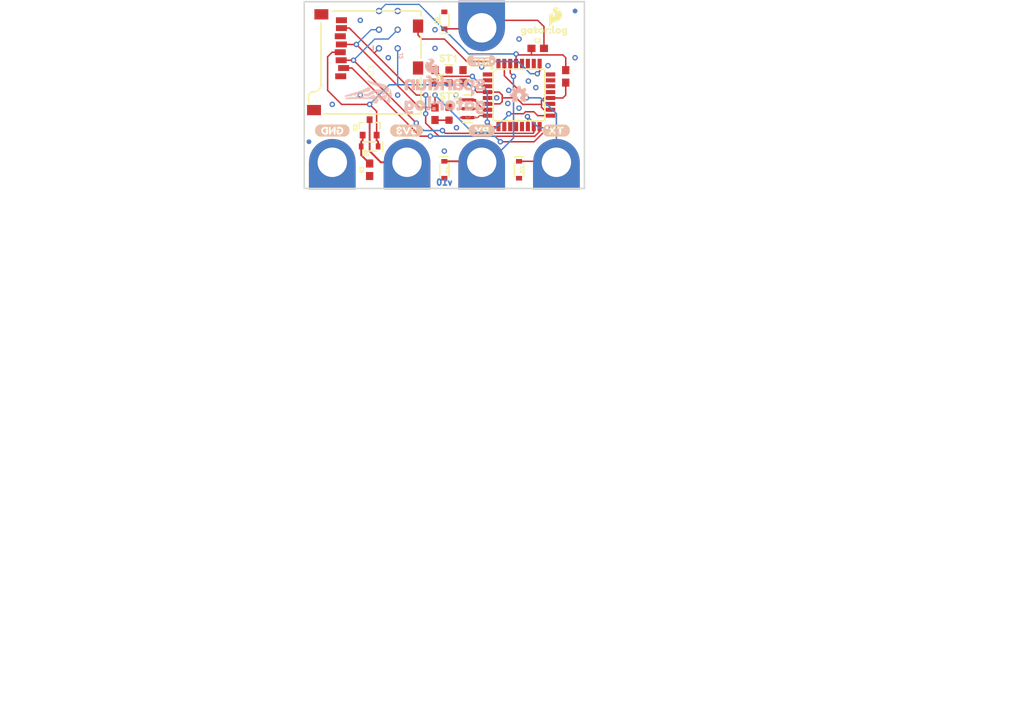
<source format=kicad_pcb>
(kicad_pcb (version 20211014) (generator pcbnew)
  (layers (0 "F.Cu" signal) (31 "B.Cu" signal) (34 "B.Paste" user) (35 "F.Paste" user) (36 "B.SilkS" user "B.Silkscreen") (37 "F.SilkS" user "F.Silkscreen") (38 "B.Mask" user) (39 "F.Mask" user) (44 "Edge.Cuts" user))
  (net 0 "")
  (net 1 "GND")
  (net 2 "SCK")
  (net 3 "MISO")
  (net 4 "MOSI")
  (net 5 "N$7")
  (net 6 "TXO")
  (net 7 "N$1")
  (net 8 "N$2")
  (net 9 "DTR")
  (net 10 "RXI")
  (net 11 "RST")
  (net 12 "N$3")
  (net 13 "CS")
  (net 14 "N$4")
  (net 15 "CD")
  (net 16 "3.3V")
  (net 17 "N$5")
  (net 18 "N$6")
  (footprint "boardEagle:LED-0603" (layer "F.Cu") (at 149.1361 102.4636 90)
    (fp_text reference "D1" (at 0 -0.635 90) (layer "F.SilkS") (effects (font (size 0.48768 0.48768) (thickness 0.12192)) (justify bottom)))
    (fp_text value "BLUE")
    (pad "A" smd roundrect (at -0.877 0) (size 1 1) (layers "F.Cu" "F.Paste" "F.Mask") (roundrect_rratio 0.15) (net 12 "N$3"))
    (pad "C" smd roundrect (at 0.877 0) (size 1 1) (layers "F.Cu" "F.Paste" "F.Mask") (roundrect_rratio 0.15) (net 1 "GND"))
  )
  (footprint "boardEagle:0603" (layer "F.Cu") (at 161.2011 98.6536)
    (fp_text reference "C2" (at 0 -0.762) (layer "F.SilkS") (effects (font (size 0.48768 0.48768) (thickness 0.12192)) (justify bottom)))
    (fp_text value "0.1uF")
    (pad "1" smd rect (at -0.85 0) (size 1.1 1) (layers "F.Cu" "F.Paste" "F.Mask") (net 11 "RST"))
    (pad "2" smd rect (at 0.85 0) (size 1.1 1) (layers "F.Cu" "F.Paste" "F.Mask") (net 9 "DTR"))
  )
  (footprint "boardEagle:SOT23-3" (layer "F.Cu") (at 138.3411 109.4486)
    (fp_text reference "Q3" (at -1.651 0 90) (layer "F.SilkS") (effects (font (size 0.48768 0.48768) (thickness 0.12192)) (justify bottom)))
    (fp_text value "2.5A/30V/105mΩ")
    (pad "1" smd rect (at -0.95 1) (size 0.8 0.9) (layers "F.Cu" "F.Paste" "F.Mask") (net 17 "N$5"))
    (pad "2" smd rect (at 0.95 1) (size 0.8 0.9) (layers "F.Cu" "F.Paste" "F.Mask") (net 16 "3.3V"))
    (pad "3" smd rect (at 0 -1.1) (size 0.8 0.9) (layers "F.Cu" "F.Paste" "F.Mask") (net 18 "N$6"))
  )
  (footprint "boardEagle:CREATIVE_COMMONS" (layer "F.Cu") (at 108.388979 132.9436)
    (fp_text reference "FRAME1" hide)
    (fp_text value "FRAME-LETTER" hide)
  )
  (footprint "boardEagle:GATOR#LOG6" (layer "F.Cu") (at 157.9626 96.1136)
    (fp_text reference "U$11" hide)
    (fp_text value "" hide)
  )
  (footprint "boardEagle:SOD-323" (layer "F.Cu") (at 148.5011 94.8436 90)
    (fp_text reference "D6" (at 0 -0.762 90) (layer "F.SilkS") (effects (font (size 0.48768 0.48768) (thickness 0.12192)) (justify bottom)))
    (fp_text value "3.6V")
    (pad "A" smd rect (at 1.15 0 90) (size 0.63 0.83) (layers "F.Cu" "F.Paste" "F.Mask") (net 1 "GND"))
    (pad "C" smd rect (at -1.15 0 90) (size 0.63 0.83) (layers "F.Cu" "F.Paste" "F.Mask") (net 9 "DTR"))
  )
  (footprint "boardEagle:3V32" (layer "F.Cu") (at 141.0081 109.8296)
    (fp_text reference "U$3" hide)
    (fp_text value "" hide)
  )
  (footprint "boardEagle:FIDUCIAL-MICRO" (layer "F.Cu") (at 130.0861 111.3536 180)
    (fp_text reference "FID1" hide)
    (fp_text value "FIDUCIALUFIDUCIAL" hide)
    (pad "1" smd roundrect (at 0 0 180) (size 0.635 0.635) (layers "F.Cu" "F.Mask") (roundrect_rratio 0.5))
  )
  (footprint "boardEagle:GATOR_MINI" (layer "F.Cu") (at 153.5811 96.1136 180)
    (fp_text reference "J5" hide)
    (fp_text value "GATORGATOR_MINI" hide)
    (fp_poly (pts (xy 0.703108 -2.842582) (xy 1.048702 -2.743018) (xy 1.377668 -2.606756) (xy 1.689309 -2.434518) (xy 1.979705 -2.228471) (xy 2.245205 -1.991205) (xy 2.482471 -1.725705) (xy 2.688518 -1.435309) (xy 2.860756 -1.123668) (xy 2.997018 -0.794702) (xy 3.095591 -0.452549) (xy 3.155235 -0.10151) (xy 3.175 0.250437) (xy 3.175 3.937) (xy -3.175 3.937) (xy -3.175 0.246868) (xy -3.096582 -0.449108) (xy -2.997018 -0.794702) (xy -2.860756 -1.123668) (xy -2.688518 -1.435309) (xy -2.482471 -1.725705) (xy -2.245205 -1.991205) (xy -1.979705 -2.228471) (xy -1.689309 -2.434518) (xy -1.377668 -2.606756) (xy -1.048702 -2.743018) (xy -0.706549 -2.841591) (xy -0.35551 -2.901235) (xy 0.003575 -2.921401)) (layer "F.Cu") (width 0) (fill solid))
    (fp_poly (pts (xy 0.703108 -2.842582) (xy 1.048702 -2.743018) (xy 1.377668 -2.606756) (xy 1.689309 -2.434518) (xy 1.979705 -2.228471) (xy 2.245205 -1.991205) (xy 2.482471 -1.725705) (xy 2.688518 -1.435309) (xy 2.860756 -1.123668) (xy 2.997018 -0.794702) (xy 3.095591 -0.452549) (xy 3.155235 -0.10151) (xy 3.175 0.250437) (xy 3.175 3.937) (xy -3.175 3.937) (xy -3.175 0.246868) (xy -3.096582 -0.449108) (xy -2.997018 -0.794702) (xy -2.860756 -1.123668) (xy -2.688518 -1.435309) (xy -2.482471 -1.725705) (xy -2.245205 -1.991205) (xy -1.979705 -2.228471) (xy -1.689309 -2.434518) (xy -1.377668 -2.606756) (xy -1.048702 -2.743018) (xy -0.706549 -2.841591) (xy -0.35551 -2.901235) (xy 0.003575 -2.921401)) (layer "B.Cu") (width 0) (fill solid))
    (pad "P$2" thru_hole circle (at 0 0.254 180) (size 5.08 5.08) (drill 4.0005) (layers *.Cu *.Mask) (net 9 "DTR"))
  )
  (footprint "boardEagle:0603" (layer "F.Cu") (at 147.2311 107.5436 -90)
    (fp_text reference "R6" (at -2 0 90) (layer "F.SilkS") (effects (font (size 1.230986 1.230986) (thickness 0.039014)) (justify left)))
    (fp_text value "330")
    (pad "1" smd rect (at -0.85 0 270) (size 1.1 1) (layers "F.Cu" "F.Paste" "F.Mask") (net 2 "SCK"))
    (pad "2" smd rect (at 0.85 0 270) (size 1.1 1) (layers "F.Cu" "F.Paste" "F.Mask") (net 5 "N$7"))
  )
  (footprint "boardEagle:GATOR_MINI" (layer "F.Cu") (at 163.7411 113.8936)
    (fp_text reference "J9" hide)
    (fp_text value "GATORGATOR_MINI" hide)
    (fp_poly (pts (xy 0.703108 -2.842582) (xy 1.048702 -2.743018) (xy 1.377668 -2.606756) (xy 1.689309 -2.434518) (xy 1.979705 -2.228471) (xy 2.245205 -1.991205) (xy 2.482471 -1.725705) (xy 2.688518 -1.435309) (xy 2.860756 -1.123668) (xy 2.997018 -0.794702) (xy 3.095591 -0.452549) (xy 3.155235 -0.10151) (xy 3.175 0.250437) (xy 3.175 3.937) (xy -3.175 3.937) (xy -3.175 0.246868) (xy -3.096582 -0.449108) (xy -2.997018 -0.794702) (xy -2.860756 -1.123668) (xy -2.688518 -1.435309) (xy -2.482471 -1.725705) (xy -2.245205 -1.991205) (xy -1.979705 -2.228471) (xy -1.689309 -2.434518) (xy -1.377668 -2.606756) (xy -1.048702 -2.743018) (xy -0.706549 -2.841591) (xy -0.35551 -2.901235) (xy 0.003575 -2.921401)) (layer "F.Cu") (width 0) (fill solid))
    (fp_poly (pts (xy 0.703108 -2.842582) (xy 1.048702 -2.743018) (xy 1.377668 -2.606756) (xy 1.689309 -2.434518) (xy 1.979705 -2.228471) (xy 2.245205 -1.991205) (xy 2.482471 -1.725705) (xy 2.688518 -1.435309) (xy 2.860756 -1.123668) (xy 2.997018 -0.794702) (xy 3.095591 -0.452549) (xy 3.155235 -0.10151) (xy 3.175 0.250437) (xy 3.175 3.937) (xy -3.175 3.937) (xy -3.175 0.246868) (xy -3.096582 -0.449108) (xy -2.997018 -0.794702) (xy -2.860756 -1.123668) (xy -2.688518 -1.435309) (xy -2.482471 -1.725705) (xy -2.245205 -1.991205) (xy -1.979705 -2.228471) (xy -1.689309 -2.434518) (xy -1.377668 -2.606756) (xy -1.048702 -2.743018) (xy -0.706549 -2.841591) (xy -0.35551 -2.901235) (xy 0.003575 -2.921401)) (layer "B.Cu") (width 0) (fill solid))
    (pad "P$2" thru_hole circle (at 0 0.254) (size 5.08 5.08) (drill 4.0005) (layers *.Cu *.Mask) (net 6 "TXO"))
  )
  (footprint "boardEagle:0603" (layer "F.Cu") (at 151.0411 102.4636 -90)
    (fp_text reference "C3" (at -0.889 -0.6985 90) (layer "F.SilkS") (effects (font (size 0.367386 0.367386) (thickness 0.039014)) (justify right)))
    (fp_text value "0.1uF")
    (pad "1" smd rect (at -0.85 0 270) (size 1.1 1) (layers "F.Cu" "F.Paste" "F.Mask") (net 1 "GND"))
    (pad "2" smd rect (at 0.85 0 270) (size 1.1 1) (layers "F.Cu" "F.Paste" "F.Mask") (net 16 "3.3V"))
  )
  (footprint "boardEagle:SOD-323" (layer "F.Cu") (at 148.5011 115.1636 -90)
    (fp_text reference "D4" (at 0 -0.762 -90) (layer "F.SilkS") (effects (font (size 0.48768 0.48768) (thickness 0.12192)) (justify bottom)))
    (fp_text value "3.6V")
    (pad "A" smd rect (at 1.15 0 270) (size 0.63 0.83) (layers "F.Cu" "F.Paste" "F.Mask") (net 1 "GND"))
    (pad "C" smd rect (at -1.15 0 270) (size 0.63 0.83) (layers "F.Cu" "F.Paste" "F.Mask") (net 10 "RXI"))
  )
  (footprint "boardEagle:GATOR_MINI" (layer "F.Cu") (at 133.2611 113.8936)
    (fp_text reference "J6" hide)
    (fp_text value "GATORGATOR_MINI" hide)
    (fp_poly (pts (xy 0.703108 -2.842582) (xy 1.048702 -2.743018) (xy 1.377668 -2.606756) (xy 1.689309 -2.434518) (xy 1.979705 -2.228471) (xy 2.245205 -1.991205) (xy 2.482471 -1.725705) (xy 2.688518 -1.435309) (xy 2.860756 -1.123668) (xy 2.997018 -0.794702) (xy 3.095591 -0.452549) (xy 3.155235 -0.10151) (xy 3.175 0.250437) (xy 3.175 3.937) (xy -3.175 3.937) (xy -3.175 0.246868) (xy -3.096582 -0.449108) (xy -2.997018 -0.794702) (xy -2.860756 -1.123668) (xy -2.688518 -1.435309) (xy -2.482471 -1.725705) (xy -2.245205 -1.991205) (xy -1.979705 -2.228471) (xy -1.689309 -2.434518) (xy -1.377668 -2.606756) (xy -1.048702 -2.743018) (xy -0.706549 -2.841591) (xy -0.35551 -2.901235) (xy 0.003575 -2.921401)) (layer "F.Cu") (width 0) (fill solid))
    (fp_poly (pts (xy 0.703108 -2.842582) (xy 1.048702 -2.743018) (xy 1.377668 -2.606756) (xy 1.689309 -2.434518) (xy 1.979705 -2.228471) (xy 2.245205 -1.991205) (xy 2.482471 -1.725705) (xy 2.688518 -1.435309) (xy 2.860756 -1.123668) (xy 2.997018 -0.794702) (xy 3.095591 -0.452549) (xy 3.155235 -0.10151) (xy 3.175 0.250437) (xy 3.175 3.937) (xy -3.175 3.937) (xy -3.175 0.246868) (xy -3.096582 -0.449108) (xy -2.997018 -0.794702) (xy -2.860756 -1.123668) (xy -2.688518 -1.435309) (xy -2.482471 -1.725705) (xy -2.245205 -1.991205) (xy -1.979705 -2.228471) (xy -1.689309 -2.434518) (xy -1.377668 -2.606756) (xy -1.048702 -2.743018) (xy -0.706549 -2.841591) (xy -0.35551 -2.901235) (xy 0.003575 -2.921401)) (layer "B.Cu") (width 0) (fill solid))
    (pad "P$2" thru_hole circle (at 0 0.254) (size 5.08 5.08) (drill 4.0005) (layers *.Cu *.Mask) (net 1 "GND"))
  )
  (footprint "boardEagle:TQFP32-08" (layer "F.Cu") (at 158.6611 105.0036)
    (fp_text reference "U1" (at -3.175 -5.08) (layer "F.SilkS") (effects (font (size 0.373888 0.373888) (thickness 0.032512)) (justify left bottom)))
    (fp_text value "ATMEGA328P_TQFP")
    (pad "1" smd rect (at -4.2926 -2.8) (size 1.27 0.5588) (layers "F.Cu" "F.Paste" "F.Mask"))
    (pad "2" smd rect (at -4.2926 -2) (size 1.27 0.5588) (layers "F.Cu" "F.Paste" "F.Mask"))
    (pad "3" smd rect (at -4.2926 -1.2) (size 1.27 0.5588) (layers "F.Cu" "F.Paste" "F.Mask") (net 1 "GND"))
    (pad "4" smd rect (at -4.2926 -0.4) (size 1.27 0.5588) (layers "F.Cu" "F.Paste" "F.Mask") (net 16 "3.3V"))
    (pad "5" smd rect (at -4.2926 0.4) (size 1.27 0.5588) (layers "F.Cu" "F.Paste" "F.Mask") (net 1 "GND"))
    (pad "6" smd rect (at -4.2926 1.2) (size 1.27 0.5588) (layers "F.Cu" "F.Paste" "F.Mask") (net 16 "3.3V"))
    (pad "7" smd rect (at -4.2926 2) (size 1.27 0.5588) (layers "F.Cu" "F.Paste" "F.Mask") (net 8 "N$2"))
    (pad "8" smd rect (at -4.2926 2.8) (size 1.27 0.5588) (layers "F.Cu" "F.Paste" "F.Mask") (net 7 "N$1"))
    (pad "9" smd rect (at -2.8 4.2926) (size 0.5588 1.27) (layers "F.Cu" "F.Paste" "F.Mask") (net 14 "N$4"))
    (pad "10" smd rect (at -2 4.2926) (size 0.5588 1.27) (layers "F.Cu" "F.Paste" "F.Mask"))
    (pad "11" smd rect (at -1.2 4.2926) (size 0.5588 1.27) (layers "F.Cu" "F.Paste" "F.Mask"))
    (pad "12" smd rect (at -0.4 4.2926) (size 0.5588 1.27) (layers "F.Cu" "F.Paste" "F.Mask"))
    (pad "13" smd rect (at 0.4 4.2926) (size 0.5588 1.27) (layers "F.Cu" "F.Paste" "F.Mask"))
    (pad "14" smd rect (at 1.2 4.2926) (size 0.5588 1.27) (layers "F.Cu" "F.Paste" "F.Mask") (net 13 "CS"))
    (pad "15" smd rect (at 2 4.2926) (size 0.5588 1.27) (layers "F.Cu" "F.Paste" "F.Mask") (net 4 "MOSI"))
    (pad "16" smd rect (at 2.8 4.2926) (size 0.5588 1.27) (layers "F.Cu" "F.Paste" "F.Mask") (net 3 "MISO"))
    (pad "17" smd rect (at 4.2926 2.8) (size 1.27 0.5588) (layers "F.Cu" "F.Paste" "F.Mask") (net 2 "SCK"))
    (pad "18" smd rect (at 4.2926 2) (size 1.27 0.5588) (layers "F.Cu" "F.Paste" "F.Mask") (net 16 "3.3V"))
    (pad "19" smd rect (at 4.2926 1.2) (size 1.27 0.5588) (layers "F.Cu" "F.Paste" "F.Mask"))
    (pad "20" smd rect (at 4.2926 0.4) (size 1.27 0.5588) (layers "F.Cu" "F.Paste" "F.Mask") (net 16 "3.3V"))
    (pad "21" smd rect (at 4.2926 -0.4) (size 1.27 0.5588) (layers "F.Cu" "F.Paste" "F.Mask") (net 1 "GND"))
    (pad "22" smd rect (at 4.2926 -1.2) (size 1.27 0.5588) (layers "F.Cu" "F.Paste" "F.Mask"))
    (pad "23" smd rect (at 4.2926 -2) (size 1.27 0.5588) (layers "F.Cu" "F.Paste" "F.Mask"))
    (pad "24" smd rect (at 4.2926 -2.8) (size 1.27 0.5588) (layers "F.Cu" "F.Paste" "F.Mask"))
    (pad "25" smd rect (at 2.8 -4.2926) (size 0.5588 1.27) (layers "F.Cu" "F.Paste" "F.Mask") (net 15 "CD"))
    (pad "26" smd rect (at 2 -4.2926) (size 0.5588 1.27) (layers "F.Cu" "F.Paste" "F.Mask"))
    (pad "27" smd rect (at 1.2 -4.2926) (size 0.5588 1.27) (layers "F.Cu" "F.Paste" "F.Mask"))
    (pad "28" smd rect (at 0.4 -4.2926) (size 0.5588 1.27) (layers "F.Cu" "F.Paste" "F.Mask"))
    (pad "29" smd rect (at -0.4 -4.2926) (size 0.5588 1.27) (layers "F.Cu" "F.Paste" "F.Mask") (net 11 "RST"))
    (pad "30" smd rect (at -1.2 -4.2926) (size 0.5588 1.27) (layers "F.Cu" "F.Paste" "F.Mask") (net 10 "RXI"))
    (pad "31" smd rect (at -2 -4.2926) (size 0.5588 1.27) (layers "F.Cu" "F.Paste" "F.Mask") (net 6 "TXO"))
    (pad "32" smd rect (at -2.8 -4.2926) (size 0.5588 1.27) (layers "F.Cu" "F.Paste" "F.Mask"))
  )
  (footprint "boardEagle:RX0" (layer "F.Cu") (at 151.6761 109.8296)
    (fp_text reference "U$7" hide)
    (fp_text value "" hide)
  )
  (footprint "boardEagle:ORDERING_INSTRUCTIONS" (layer "F.Cu") (at 125.6411 138.0236)
    (fp_text reference "U$17" hide)
    (fp_text value "" hide)
  )
  (footprint "boardEagle:#RST4" (layer "F.Cu") (at 151.2951 100.3046)
    (fp_text reference "U$1" hide)
    (fp_text value "" hide)
  )
  (footprint "boardEagle:RESONATOR-SMD" (layer "F.Cu") (at 151.711659 106.865419 90)
    (fp_text reference "Q1" (at -0.8891 -1.27 90) (layer "F.SilkS") (effects (font (size 0.376489 0.376489) (thickness 0.029911)) (justify left)))
    (fp_text value "16MHZ")
    (fp_line (start 1.2 0) (end 1.2 -1.016) (layer "F.Cu") (width 0.254))
    (fp_line (start 0 0) (end 0 -1.016) (layer "F.Cu") (width 0.254))
    (fp_line (start 0 0) (end 0 1.016) (layer "F.Cu") (width 0.254))
    (fp_line (start -1.2 0) (end -1.2 -1.016) (layer "F.Cu") (width 0.254))
    (fp_line (start -1.2 1.016) (end -1.2 0) (layer "F.Cu") (width 0.254))
    (fp_line (start 1.2 0) (end 1.2 1.016) (layer "F.Cu") (width 0.254))
    (pad "1" smd roundrect (at -1.2 0 90) (size 0.45 1.905) (layers "F.Cu" "F.Paste" "F.Mask") (roundrect_rratio 0.5) (net 7 "N$1"))
    (pad "2" smd roundrect (at 0 0 90) (size 0.45 1.905) (layers "F.Cu" "F.Paste" "F.Mask") (roundrect_rratio 0.5) (net 1 "GND"))
    (pad "3" smd roundrect (at 1.2 0 90) (size 0.45 1.905) (layers "F.Cu" "F.Paste" "F.Mask") (roundrect_rratio 0.5) (net 8 "N$2"))
  )
  (footprint "boardEagle:SOD-323" (layer "F.Cu") (at 158.6611 115.1636 -90)
    (fp_text reference "D2" (at 0 -0.762 -90) (layer "F.SilkS") (effects (font (size 0.48768 0.48768) (thickness 0.12192)) (justify bottom)))
    (fp_text value "3.6V")
    (pad "A" smd rect (at 1.15 0 270) (size 0.63 0.83) (layers "F.Cu" "F.Paste" "F.Mask") (net 1 "GND"))
    (pad "C" smd rect (at -1.15 0 270) (size 0.63 0.83) (layers "F.Cu" "F.Paste" "F.Mask") (net 6 "TXO"))
  )
  (footprint "boardEagle:0603" (layer "F.Cu") (at 147.2311 102.4636 -90)
    (fp_text reference "R1" (at 0 -0.762 -90) (layer "F.SilkS") (effects (font (size 0.48768 0.48768) (thickness 0.12192)) (justify bottom)))
    (fp_text value "1k")
    (pad "1" smd rect (at -0.85 0 270) (size 1.1 1) (layers "F.Cu" "F.Paste" "F.Mask") (net 14 "N$4"))
    (pad "2" smd rect (at 0.85 0 270) (size 1.1 1) (layers "F.Cu" "F.Paste" "F.Mask") (net 12 "N$3"))
  )
  (footprint "boardEagle:0603" (layer "F.Cu") (at 165.0111 102.4636 -90)
    (fp_text reference "R2" (at -0.889 -0.6985 90) (layer "F.SilkS") (effects (font (size 0.367386 0.367386) (thickness 0.039014)) (justify right)))
    (fp_text value "10k")
    (pad "1" smd rect (at -0.85 0 270) (size 1.1 1) (layers "F.Cu" "F.Paste" "F.Mask") (net 11 "RST"))
    (pad "2" smd rect (at 0.85 0 270) (size 1.1 1) (layers "F.Cu" "F.Paste" "F.Mask") (net 16 "3.3V"))
  )
  (footprint "boardEagle:ST16" (layer "F.Cu") (at 146.9136 99.9871)
    (fp_text reference "U$14" hide)
    (fp_text value "" hide)
  )
  (footprint "boardEagle:ST27" (layer "F.Cu") (at 146.9136 105.1306)
    (fp_text reference "U$15" hide)
    (fp_text value "" hide)
  )
  (footprint "boardEagle:SFE_LOGO_FLAME_.1" (layer "F.Cu") (at 163.6141 94.3356)
    (fp_text reference "LOGO1" hide)
    (fp_text value "SFE_LOGO_FLAME.1_INCH" hide)
  )
  (footprint "boardEagle:FIDUCIAL-MICRO" (layer "F.Cu") (at 166.2811 93.5736)
    (fp_text reference "FID2" hide)
    (fp_text value "FIDUCIALUFIDUCIAL" hide)
    (pad "1" smd roundrect (at 0 0) (size 0.635 0.635) (layers "F.Cu" "F.Mask") (roundrect_rratio 0.5))
  )
  (footprint "boardEagle:GND3" (layer "F.Cu") (at 130.8481 109.8296)
    (fp_text reference "U$5" hide)
    (fp_text value "" hide)
  )
  (footprint "boardEagle:0603" (layer "F.Cu") (at 138.3411 115.1636 90)
    (fp_text reference "R3" (at 0 -0.762 90) (layer "F.SilkS") (effects (font (size 0.48768 0.48768) (thickness 0.12192)) (justify bottom)))
    (fp_text value "10k")
    (pad "1" smd rect (at -0.85 0 90) (size 1.1 1) (layers "F.Cu" "F.Paste" "F.Mask") (net 1 "GND"))
    (pad "2" smd rect (at 0.85 0 90) (size 1.1 1) (layers "F.Cu" "F.Paste" "F.Mask") (net 17 "N$5"))
  )
  (footprint "boardEagle:GATOR_MINI" (layer "F.Cu") (at 153.5811 113.8936)
    (fp_text reference "J8" hide)
    (fp_text value "GATORGATOR_MINI" hide)
    (fp_poly (pts (xy 0.703108 -2.842582) (xy 1.048702 -2.743018) (xy 1.377668 -2.606756) (xy 1.689309 -2.434518) (xy 1.979705 -2.228471) (xy 2.245205 -1.991205) (xy 2.482471 -1.725705) (xy 2.688518 -1.435309) (xy 2.860756 -1.123668) (xy 2.997018 -0.794702) (xy 3.095591 -0.452549) (xy 3.155235 -0.10151) (xy 3.175 0.250437) (xy 3.175 3.937) (xy -3.175 3.937) (xy -3.175 0.246868) (xy -3.096582 -0.449108) (xy -2.997018 -0.794702) (xy -2.860756 -1.123668) (xy -2.688518 -1.435309) (xy -2.482471 -1.725705) (xy -2.245205 -1.991205) (xy -1.979705 -2.228471) (xy -1.689309 -2.434518) (xy -1.377668 -2.606756) (xy -1.048702 -2.743018) (xy -0.706549 -2.841591) (xy -0.35551 -2.901235) (xy 0.003575 -2.921401)) (layer "F.Cu") (width 0) (fill solid))
    (fp_poly (pts (xy 0.703108 -2.842582) (xy 1.048702 -2.743018) (xy 1.377668 -2.606756) (xy 1.689309 -2.434518) (xy 1.979705 -2.228471) (xy 2.245205 -1.991205) (xy 2.482471 -1.725705) (xy 2.688518 -1.435309) (xy 2.860756 -1.123668) (xy 2.997018 -0.794702) (xy 3.095591 -0.452549) (xy 3.155235 -0.10151) (xy 3.175 0.250437) (xy 3.175 3.937) (xy -3.175 3.937) (xy -3.175 0.246868) (xy -3.096582 -0.449108) (xy -2.997018 -0.794702) (xy -2.860756 -1.123668) (xy -2.688518 -1.435309) (xy -2.482471 -1.725705) (xy -2.245205 -1.991205) (xy -1.979705 -2.228471) (xy -1.689309 -2.434518) (xy -1.377668 -2.606756) (xy -1.048702 -2.743018) (xy -0.706549 -2.841591) (xy -0.35551 -2.901235) (xy 0.003575 -2.921401)) (layer "B.Cu") (width 0) (fill solid))
    (pad "P$2" thru_hole circle (at 0 0.254) (size 5.08 5.08) (drill 4.0005) (layers *.Cu *.Mask) (net 10 "RXI"))
  )
  (footprint "boardEagle:SOD-323" (layer "F.Cu") (at 138.3411 111.9886 180)
    (fp_text reference "D5" (at 0 -0.762 180) (layer "F.SilkS") (effects (font (size 0.48768 0.48768) (thickness 0.12192)) (justify right top)))
    (fp_text value "3.6V")
    (pad "A" smd rect (at 1.15 0 180) (size 0.63 0.83) (layers "F.Cu" "F.Paste" "F.Mask") (net 17 "N$5"))
    (pad "C" smd rect (at -1.15 0 180) (size 0.63 0.83) (layers "F.Cu" "F.Paste" "F.Mask") (net 16 "3.3V"))
  )
  (footprint "boardEagle:TX1" (layer "F.Cu") (at 161.7726 109.8296)
    (fp_text reference "U$9" hide)
    (fp_text value "" hide)
  )
  (footprint "boardEagle:MICROSD_1_1" (layer "F.Cu") (at 145.3261 107.5436 90)
    (fp_text reference "U3" (at 5.08 -6.35 90) (layer "F.SilkS") (effects (font (size 0.747776 0.747776) (thickness 0.065024)) (justify left bottom)))
    (fp_text value "microSD Socket")
    (pad "1" smd rect (at 5.095784 -10.919203 90) (size 0.8 1.5) (layers "F.Cu" "F.Paste" "F.Mask"))
    (pad "2" smd rect (at 6.217631 -10.519456 90) (size 0.8 1.5) (layers "F.Cu" "F.Paste" "F.Mask") (net 13 "CS"))
    (pad "3" smd rect (at 7.273687 -10.853415 90) (size 0.8 1.5) (layers "F.Cu" "F.Paste" "F.Mask") (net 4 "MOSI"))
    (pad "4" smd rect (at 8.366575 -10.982296 90) (size 0.8 1.5) (layers "F.Cu" "F.Paste" "F.Mask") (net 16 "3.3V"))
    (pad "5" smd rect (at 9.420856 -10.828015 90) (size 0.8 1.5) (layers "F.Cu" "F.Paste" "F.Mask") (net 2 "SCK"))
    (pad "6" smd rect (at 10.539143 -10.973153 90) (size 0.8 1.5) (layers "F.Cu" "F.Paste" "F.Mask") (net 1 "GND"))
    (pad "7" smd rect (at 11.648287 -10.818871 90) (size 0.8 1.5) (layers "F.Cu" "F.Paste" "F.Mask") (net 3 "MISO"))
    (pad "8" smd rect (at 12.720856 -10.818871 90) (size 0.8 1.5) (layers "F.Cu" "F.Paste" "F.Mask"))
    (pad "CD1" smd rect (at 11.92 -0.4 90) (size 1.8 1.4) (layers "F.Cu" "F.Paste" "F.Mask") (net 15 "CD"))
    (pad "CD2" smd rect (at 6.22 -0.4 90) (size 1.8 1.4) (layers "F.Cu" "F.Paste" "F.Mask"))
    (pad "GND1" smd rect (at 0.497 -14.55 90) (size 1.4 1.9) (layers "F.Cu" "F.Paste" "F.Mask") (net 1 "GND"))
    (pad "GND3" smd rect (at 13.52 -13.55 90) (size 1.4 1.9) (layers "F.Cu" "F.Paste" "F.Mask") (net 1 "GND"))
  )
  (footprint "boardEagle:LED-0603" (layer "F.Cu") (at 149.1361 107.5436 90)
    (fp_text reference "D3" (at 0 2) (layer "F.SilkS") (effects (font (size 1.230986 1.230986) (thickness 0.039014)) (justify left)))
    (fp_text value "GREEN")
    (pad "A" smd roundrect (at -0.877 0) (size 1 1) (layers "F.Cu" "F.Paste" "F.Mask") (roundrect_rratio 0.15) (net 5 "N$7"))
    (pad "C" smd roundrect (at 0.877 0) (size 1 1) (layers "F.Cu" "F.Paste" "F.Mask") (roundrect_rratio 0.15) (net 1 "GND"))
  )
  (footprint "boardEagle:GATOR_MINI" (layer "F.Cu") (at 143.4211 113.8936)
    (fp_text reference "J7" hide)
    (fp_text value "GATORGATOR_MINI" hide)
    (fp_poly (pts (xy 0.703108 -2.842582) (xy 1.048702 -2.743018) (xy 1.377668 -2.606756) (xy 1.689309 -2.434518) (xy 1.979705 -2.228471) (xy 2.245205 -1.991205) (xy 2.482471 -1.725705) (xy 2.688518 -1.435309) (xy 2.860756 -1.123668) (xy 2.997018 -0.794702) (xy 3.095591 -0.452549) (xy 3.155235 -0.10151) (xy 3.175 0.250437) (xy 3.175 3.937) (xy -3.175 3.937) (xy -3.175 0.246868) (xy -3.096582 -0.449108) (xy -2.997018 -0.794702) (xy -2.860756 -1.123668) (xy -2.688518 -1.435309) (xy -2.482471 -1.725705) (xy -2.245205 -1.991205) (xy -1.979705 -2.228471) (xy -1.689309 -2.434518) (xy -1.377668 -2.606756) (xy -1.048702 -2.743018) (xy -0.706549 -2.841591) (xy -0.35551 -2.901235) (xy 0.003575 -2.921401)) (layer "F.Cu") (width 0) (fill solid))
    (fp_poly (pts (xy 0.703108 -2.842582) (xy 1.048702 -2.743018) (xy 1.377668 -2.606756) (xy 1.689309 -2.434518) (xy 1.979705 -2.228471) (xy 2.245205 -1.991205) (xy 2.482471 -1.725705) (xy 2.688518 -1.435309) (xy 2.860756 -1.123668) (xy 2.997018 -0.794702) (xy 3.095591 -0.452549) (xy 3.155235 -0.10151) (xy 3.175 0.250437) (xy 3.175 3.937) (xy -3.175 3.937) (xy -3.175 0.246868) (xy -3.096582 -0.449108) (xy -2.997018 -0.794702) (xy -2.860756 -1.123668) (xy -2.688518 -1.435309) (xy -2.482471 -1.725705) (xy -2.245205 -1.991205) (xy -1.979705 -2.228471) (xy -1.689309 -2.434518) (xy -1.377668 -2.606756) (xy -1.048702 -2.743018) (xy -0.706549 -2.841591) (xy -0.35551 -2.901235) (xy 0.003575 -2.921401)) (layer "B.Cu") (width 0) (fill solid))
    (pad "P$2" thru_hole circle (at 0 0.254) (size 5.08 5.08) (drill 4.0005) (layers *.Cu *.Mask) (net 18 "N$6"))
  )
  (footprint "boardEagle:FIDUCIAL-MICRO" (layer "B.Cu") (at 130.0861 111.3536 -90)
    (fp_text reference "FID3" hide)
    (fp_text value "FIDUCIALUFIDUCIAL" hide)
    (pad "1" smd roundrect (at 0 0 270) (size 0.635 0.635) (layers "B.Cu" "B.Mask") (roundrect_rratio 0.5))
  )
  (footprint "boardEagle:3V32" (layer "B.Cu") (at 145.7071 109.8296 180)
    (fp_text reference "U$4" hide)
    (fp_text value "" hide)
  )
  (footprint "boardEagle:OSHW-LOGO-MINI" (layer "B.Cu") (at 158.6611 105.0036 180)
    (fp_text reference "LOGO2" hide)
    (fp_text value "OSHW-LOGOMINI" hide)
  )
  (footprint "boardEagle:RX0" (layer "B.Cu") (at 155.4861 109.8296 180)
    (fp_text reference "U$8" hide)
    (fp_text value "" hide)
  )
  (footprint "boardEagle:TX1" (layer "B.Cu") (at 165.6461 109.8296 180)
    (fp_text reference "U$10" hide)
    (fp_text value "" hide)
  )
  (footprint "boardEagle:GND3" (layer "B.Cu") (at 135.6741 109.8296 180)
    (fp_text reference "U$6" hide)
    (fp_text value "" hide)
  )
  (footprint "boardEagle:2X3_TEST_POINTS" (layer "B.Cu") (at 140.8811 96.1136 90)
    (fp_text reference "J2" (at -3.048 2.032 270) (layer "B.SilkS") (effects (font (size 0.48768 0.48768) (thickness 0.12192)) (justify left bottom mirror)))
    (fp_text value "ISP")
    (pad "1" thru_hole circle (at -2.54 -1.27 90) (size 0.8636 0.8636) (drill 0.508) (layers *.Cu) (net 3 "MISO"))
    (pad "2" thru_hole circle (at -2.54 1.27 90) (size 0.8636 0.8636) (drill 0.508) (layers *.Cu) (net 16 "3.3V"))
    (pad "3" thru_hole circle (at 0 -1.27 90) (size 0.8636 0.8636) (drill 0.508) (layers *.Cu) (net 2 "SCK"))
    (pad "4" thru_hole circle (at 0 1.27 90) (size 0.8636 0.8636) (drill 0.508) (layers *.Cu) (net 4 "MOSI"))
    (pad "5" thru_hole circle (at 2.54 -1.27 90) (size 0.8636 0.8636) (drill 0.508) (layers *.Cu) (net 11 "RST"))
    (pad "6" thru_hole circle (at 2.54 1.27 90) (size 0.8636 0.8636) (drill 0.508) (layers *.Cu) (net 1 "GND"))
  )
  (footprint "boardEagle:GATORBIT_FINAL_FOR_SILK#01_#1##JPG" (layer "B.Cu") (at 138.1506 104.5591 180)
    (fp_text reference "U$16" hide)
    (fp_text value "" hide)
  )
  (footprint "boardEagle:#RST4" (layer "B.Cu") (at 155.7401 100.3046 180)
    (fp_text reference "U$2" hide)
    (fp_text value "" hide)
  )
  (footprint "boardEagle:SFE_LOGO_NAME_FLAME_.1" (layer "B.Cu") (at 148.5011 103.7336 180)
    (fp_text reference "U$13" hide)
    (fp_text value "" hide)
  )
  (footprint "boardEagle:GATOR#LOG5" (layer "B.Cu") (at 155.7401 106.1466 180)
    (fp_text reference "U$12" hide)
    (fp_text value "" hide)
  )
  (footprint "boardEagle:FIDUCIAL-MICRO" (layer "B.Cu") (at 166.2811 93.5736)
    (fp_text reference "FID4" hide)
    (fp_text value "FIDUCIALUFIDUCIAL" hide)
    (pad "1" smd roundrect (at 0 0) (size 0.635 0.635) (layers "B.Cu" "B.Mask") (roundrect_rratio 0.5))
  )
  (gr_line (start 167.5511 117.7036) (end 167.5511 92.3036) (layer "Edge.Cuts") (width 0.2032))
  (gr_line (start 129.4511 92.3036) (end 129.4511 117.7036) (layer "Edge.Cuts") (width 0.2032))
  (gr_line (start 167.5511 92.3036) (end 129.4511 92.3036) (layer "Edge.Cuts") (width 0.2032))
  (gr_line (start 129.4511 117.7036) (end 167.5511 117.7036) (layer "Edge.Cuts") (width 0.2032))
  (gr_text "v10" (at 148.5011 116.8781) (layer "B.Cu") (effects (font (size 0.8128 0.8128) (thickness 0.2032)) (justify mirror)))
  (via (at 162.5981 101.0031) (size 0.7366) (drill 0.381) (layers "F.Cu" "B.Cu") (net 1))
  (via (at 155.6131 105.3846) (size 0.7366) (drill 0.381) (layers "F.Cu" "B.Cu") (net 1))
  (via (at 142.1511 105.0036) (size 0.7366) (drill 0.381) (layers "F.Cu" "B.Cu") (net 1))
  (via (at 157.1371 106.1466) (size 0.7366) (drill 0.381) (layers "F.Cu" "B.Cu") (net 1))
  (via (at 150.1521 109.4486) (size 0.7366) (drill 0.381) (layers "F.Cu" "B.Cu") (net 1))
  (via (at 133.2611 106.2736) (size 0.7366) (drill 0.381) (layers "F.Cu" "B.Cu") (net 1))
  (via (at 159.9311 103.0986) (size 0.7366) (drill 0.381) (layers "F.Cu" "B.Cu") (net 1))
  (via (at 166.2811 99.9236) (size 0.7366) (drill 0.381) (layers "F.Cu" "B.Cu") (net 1))
  (via (at 137.0711 94.8436) (size 0.7366) (drill 0.381) (layers "F.Cu" "B.Cu") (net 1))
  (via (at 147.2311 98.6536) (size 0.7366) (drill 0.381) (layers "F.Cu" "B.Cu") (net 1))
  (via (at 148.5011 112.6236) (size 0.7366) (drill 0.381) (layers "F.Cu" "B.Cu") (net 1))
  (via (at 150.0886 105.0036) (size 0.7366) (drill 0.381) (layers "F.Cu" "B.Cu") (net 1))
  (via (at 158.6611 97.3836) (size 0.7366) (drill 0.381) (layers "F.Cu" "B.Cu") (net 1))
  (via (at 140.8811 99.9236) (size 0.7366) (drill 0.381) (layers "F.Cu" "B.Cu") (net 1))
  (via (at 153.5811 101.1936) (size 0.7366) (drill 0.381) (layers "F.Cu" "B.Cu") (net 1))
  (via (at 158.6611 106.7816) (size 0.7366) (drill 0.381) (layers "F.Cu" "B.Cu") (net 1))
  (via (at 147.2311 96.1136) (size 0.7366) (drill 0.381) (layers "F.Cu" "B.Cu") (net 1))
  (via (at 160.9471 103.9876) (size 0.7366) (drill 0.381) (layers "F.Cu" "B.Cu") (net 1))
  (via (at 137.0711 105.0036) (size 0.7366) (drill 0.381) (layers "F.Cu" "B.Cu") (net 1))
  (via (at 157.2641 104.3686) (size 0.7366) (drill 0.381) (layers "F.Cu" "B.Cu") (net 1))
  (segment (start 147.2311 105.0036) (end 147.2311 106.6936) (width 0.2032) (layer "F.Cu") (net 2))
  (segment (start 161.2011 107.8036) (end 161.0711 107.6736) (width 0.2032) (layer "F.Cu") (net 2))
  (segment (start 159.269112 107.5436) (end 157.2641 107.5436) (width 0.2032) (layer "F.Cu") (net 2))
  (segment (start 161.2011 107.8036) (end 161.2011 107.8036) (width 0.2032) (layer "F.Cu") (net 2))
  (segment (start 136.540243 98.122744) (end 134.498084 98.122744) (width 0.2032) (layer "F.Cu") (net 2))
  (segment (start 160.6744 107.2769) (end 159.535812 107.2769) (width 0.2032) (layer "F.Cu") (net 2))
  (segment (start 162.9537 107.8036) (end 161.2011 107.8036) (width 0.2032) (layer "F.Cu") (net 2))
  (segment (start 159.535812 107.2769) (end 159.269112 107.5436) (width 0.2032) (layer "F.Cu") (net 2))
  (segment (start 161.0711 107.6736) (end 160.6744 107.2769) (width 0.2032) (layer "F.Cu") (net 2))
  (segment (start 145.1111 106.6936) (end 136.540243 98.122744) (width 0.2032) (layer "F.Cu") (net 2))
  (segment (start 147.2311 106.6936) (end 145.1111 106.6936) (width 0.2032) (layer "F.Cu") (net 2))
  (via (at 147.2311 105.0036) (size 0.7366) (drill 0.381) (layers "F.Cu" "B.Cu") (net 2))
  (via (at 157.2641 107.5436) (size 0.7366) (drill 0.381) (layers "F.Cu" "B.Cu") (net 2))
  (via (at 136.540243 98.122744) (size 0.7366) (drill 0.381) (layers "F.Cu" "B.Cu") (net 2))
  (segment (start 154.8511 110.0836) (end 152.3111 110.0836) (width 0.2032) (layer "B.Cu") (net 2))
  (segment (start 138.549387 96.1136) (end 139.6111 96.1136) (width 0.1778) (layer "B.Cu") (net 2))
  (segment (start 157.2641 107.5436) (end 157.2641 107.6706) (width 0.2032) (layer "B.Cu") (net 2))
  (segment (start 136.540243 98.122744) (end 138.549387 96.1136) (width 0.1778) (layer "B.Cu") (net 2))
  (segment (start 152.3111 110.0836) (end 147.2311 105.0036) (width 0.2032) (layer "B.Cu") (net 2))
  (segment (start 157.2641 107.6706) (end 154.8511 110.0836) (width 0.2032) (layer "B.Cu") (net 2))
  (segment (start 139.6111 98.6536) (end 138.9761 99.2886) (width 0.1778) (layer "F.Cu") (net 3))
  (segment (start 145.9611 108.8136) (end 147.7518 110.6043) (width 0.2032) (layer "F.Cu") (net 3))
  (segment (start 138.9761 99.2886) (end 135.8011 96.1136) (width 0.2032) (layer "F.Cu") (net 3))
  (segment (start 141.5161 101.8286) (end 138.9761 99.2886) (width 0.2032) (layer "F.Cu") (net 3))
  (segment (start 147.7518 110.6043) (end 160.8074 110.6043) (width 0.2032) (layer "F.Cu") (net 3))
  (segment (start 135.8011 96.1136) (end 135.582812 95.895313) (width 0.2032) (layer "F.Cu") (net 3))
  (segment (start 160.8074 110.6043) (end 161.4611 109.9506) (width 0.2032) (layer "F.Cu") (net 3))
  (segment (start 144.6911 105.0036) (end 141.5161 101.8286) (width 0.2032) (layer "F.Cu") (net 3))
  (segment (start 135.582812 95.895313) (end 134.507228 95.895313) (width 0.2032) (layer "F.Cu") (net 3))
  (segment (start 135.8011 96.1136) (end 135.582812 95.895313) (width 0.2032) (layer "F.Cu") (net 3))
  (segment (start 145.9611 107.5436) (end 145.9611 108.8136) (width 0.2032) (layer "F.Cu") (net 3))
  (segment (start 145.9611 105.0036) (end 144.6911 105.0036) (width 0.2032) (layer "F.Cu") (net 3))
  (segment (start 161.4611 109.9506) (end 161.4611 109.2962) (width 0.2032) (layer "F.Cu") (net 3))
  (via (at 145.9611 105.0036) (size 0.7366) (drill 0.381) (layers "F.Cu" "B.Cu") (net 3))
  (via (at 145.9611 107.5436) (size 0.7366) (drill 0.381) (layers "F.Cu" "B.Cu") (net 3))
  (segment (start 145.9611 105.0036) (end 145.9611 107.5436) (width 0.2032) (layer "B.Cu") (net 3))
  (segment (start 160.6611 109.2962) (end 160.6611 110.1156) (width 0.2032) (layer "F.Cu") (net 4))
  (segment (start 144.6911 108.8136) (end 136.147412 100.269913) (width 0.2032) (layer "F.Cu") (net 4))
  (segment (start 160.6611 110.1156) (end 160.5661 110.2106) (width 0.2032) (layer "F.Cu") (net 4))
  (segment (start 136.147412 100.269913) (end 134.5311 100.269913) (width 0.2032) (layer "F.Cu") (net 4))
  (segment (start 160.5661 110.2106) (end 148.6281 110.2106) (width 0.2032) (layer "F.Cu") (net 4))
  (segment (start 134.472684 100.269913) (end 134.5311 100.269913) (width 0.2032) (layer "F.Cu") (net 4))
  (segment (start 148.6281 110.2106) (end 148.2471 109.8296) (width 0.2032) (layer "F.Cu") (net 4))
  (via (at 136.147412 100.269913) (size 0.7366) (drill 0.381) (layers "F.Cu" "B.Cu") (net 4))
  (via (at 148.2471 109.8296) (size 0.7366) (drill 0.381) (layers "F.Cu" "B.Cu") (net 4))
  (via (at 144.6911 108.8136) (size 0.7366) (drill 0.381) (layers "F.Cu" "B.Cu") (net 4))
  (segment (start 145.7071 109.8296) (end 144.6911 108.8136) (width 0.2032) (layer "B.Cu") (net 4))
  (segment (start 140.8811 97.3836) (end 142.1511 96.1136) (width 0.1778) (layer "B.Cu") (net 4))
  (segment (start 139.033725 97.3836) (end 140.8811 97.3836) (width 0.1778) (layer "B.Cu") (net 4))
  (segment (start 136.147412 100.269913) (end 139.033725 97.3836) (width 0.1778) (layer "B.Cu") (net 4))
  (segment (start 148.2471 109.8296) (end 145.7071 109.8296) (width 0.2032) (layer "B.Cu") (net 4))
  (segment (start 149.1361 108.4206) (end 147.2581 108.4206) (width 0.2032) (layer "F.Cu") (net 5))
  (segment (start 147.2581 108.4206) (end 147.2311 108.3936) (width 0.2032) (layer "F.Cu") (net 5))
  (segment (start 156.6611 100.711) (end 156.6611 102.3686) (width 0.2032) (layer "F.Cu") (net 6))
  (segment (start 163.6071 114.0136) (end 163.7411 114.1476) (width 0.2032) (layer "F.Cu") (net 6))
  (segment (start 159.6771 105.3846) (end 156.6611 102.3686) (width 0.2032) (layer "F.Cu") (net 6))
  (segment (start 158.6611 114.0136) (end 163.6071 114.0136) (width 0.2032) (layer "F.Cu") (net 6))
  (via (at 159.6771 105.3846) (size 0.7366) (drill 0.381) (layers "F.Cu" "B.Cu") (net 6))
  (segment (start 161.5821 105.3846) (end 163.7411 107.5436) (width 0.2032) (layer "B.Cu") (net 6))
  (segment (start 163.7411 107.5436) (end 163.7411 114.1476) (width 0.2032) (layer "B.Cu") (net 6))
  (segment (start 159.6771 105.3846) (end 161.5821 105.3846) (width 0.2032) (layer "B.Cu") (net 6))
  (segment (start 153.9561 107.8036) (end 154.3685 107.8036) (width 0.2032) (layer "F.Cu") (net 7))
  (segment (start 153.059281 108.065419) (end 153.3211 107.8036) (width 0.1778) (layer "F.Cu") (net 7))
  (segment (start 153.3211 107.8036) (end 154.3685 107.8036) (width 0.1778) (layer "F.Cu") (net 7))
  (segment (start 151.711659 108.065419) (end 153.059281 108.065419) (width 0.1778) (layer "F.Cu") (net 7))
  (segment (start 151.711659 105.665419) (end 152.520787 105.665419) (width 0.2032) (layer "F.Cu") (net 8))
  (segment (start 152.520787 105.665419) (end 153.858968 107.0036) (width 0.2032) (layer "F.Cu") (net 8))
  (segment (start 153.858968 107.0036) (end 154.3685 107.0036) (width 0.2032) (layer "F.Cu") (net 8))
  (segment (start 153.4471 95.9936) (end 153.4541 95.9866) (width 0.2032) (layer "F.Cu") (net 9))
  (segment (start 148.5011 95.9936) (end 153.4471 95.9936) (width 0.2032) (layer "F.Cu") (net 9))
  (segment (start 161.2011 94.8436) (end 154.5971 94.8436) (width 0.2032) (layer "F.Cu") (net 9))
  (segment (start 162.0511 95.6936) (end 161.2011 94.8436) (width 0.2032) (layer "F.Cu") (net 9))
  (segment (start 153.4541 95.9866) (end 153.5811 95.8596) (width 0.2032) (layer "F.Cu") (net 9))
  (segment (start 162.0511 98.6536) (end 162.0511 95.6936) (width 0.2032) (layer "F.Cu") (net 9))
  (segment (start 154.5971 94.8436) (end 153.4541 95.9866) (width 0.2032) (layer "F.Cu") (net 9))
  (segment (start 157.4611 102.0256) (end 157.8991 102.4636) (width 0.2032) (layer "F.Cu") (net 10))
  (segment (start 153.4471 114.0136) (end 153.5811 114.1476) (width 0.254) (layer "F.Cu") (net 10))
  (segment (start 148.5011 114.0136) (end 153.4471 114.0136) (width 0.254) (layer "F.Cu") (net 10))
  (segment (start 157.4611 100.711) (end 157.4611 102.0256) (width 0.2032) (layer "F.Cu") (net 10))
  (via (at 157.8991 102.4636) (size 0.7366) (drill 0.381) (layers "F.Cu" "B.Cu") (net 10))
  (segment (start 155.680831 114.767888) (end 155.517162 114.931557) (width 0.2032) (layer "B.Cu") (net 10))
  (segment (start 155.680831 113.063869) (end 155.680831 114.767888) (width 0.2032) (layer "B.Cu") (net 10))
  (segment (start 157.9118 110.8329) (end 155.680831 113.063869) (width 0.2032) (layer "B.Cu") (net 10))
  (segment (start 153.744768 114.931557) (end 153.5811 114.767888) (width 0.2032) (layer "B.Cu") (net 10))
  (segment (start 157.8991 102.4636) (end 157.8991 104.087613) (width 0.2032) (layer "B.Cu") (net 10))
  (segment (start 157.9118 104.100313) (end 157.9118 110.8329) (width 0.2032) (layer "B.Cu") (net 10))
  (segment (start 157.8991 104.087613) (end 157.9118 104.100313) (width 0.2032) (layer "B.Cu") (net 10))
  (segment (start 153.5811 114.767888) (end 153.5811 114.1476) (width 0.2032) (layer "B.Cu") (net 10))
  (segment (start 155.517162 114.931557) (end 153.744768 114.931557) (width 0.2032) (layer "B.Cu") (net 10))
  (segment (start 160.3756 99.5426) (end 158.3881 99.5426) (width 0.2032) (layer "F.Cu") (net 11))
  (segment (start 165.0111 99.9236) (end 164.6301 99.5426) (width 0.2032) (layer "F.Cu") (net 11))
  (segment (start 160.3511 98.6536) (end 160.3511 99.5181) (width 0.2032) (layer "F.Cu") (net 11))
  (segment (start 158.3881 99.5426) (end 158.2611 99.4156) (width 0.2032) (layer "F.Cu") (net 11))
  (segment (start 160.3511 99.5181) (end 160.3756 99.5426) (width 0.2032) (layer "F.Cu") (net 11))
  (segment (start 165.0111 101.6136) (end 165.0111 99.9236) (width 0.2032) (layer "F.Cu") (net 11))
  (segment (start 164.6301 99.5426) (end 160.3756 99.5426) (width 0.2032) (layer "F.Cu") (net 11))
  (segment (start 158.2611 100.711) (end 158.2611 99.4156) (width 0.2032) (layer "F.Cu") (net 11))
  (via (at 158.2611 99.4156) (size 0.7366) (drill 0.381) (layers "F.Cu" "B.Cu") (net 11))
  (segment (start 140.5128 92.6719) (end 139.6111 93.5736) (width 0.1778) (layer "B.Cu") (net 11))
  (segment (start 151.8031 99.4156) (end 158.2611 99.4156) (width 0.2032) (layer "B.Cu") (net 11))
  (segment (start 145.9611 93.5736) (end 145.0594 92.6719) (width 0.1778) (layer "B.Cu") (net 11))
  (segment (start 151.8031 99.4156) (end 145.9611 93.5736) (width 0.2032) (layer "B.Cu") (net 11))
  (segment (start 145.0594 92.6719) (end 140.5128 92.6719) (width 0.1778) (layer "B.Cu") (net 11))
  (segment (start 149.1361 103.3406) (end 147.2581 103.3406) (width 0.2032) (layer "F.Cu") (net 12))
  (segment (start 147.2581 103.3406) (end 147.2311 103.3136) (width 0.2032) (layer "F.Cu") (net 12))
  (segment (start 159.8611 107.9816) (end 159.8041 107.9246) (width 0.2032) (layer "F.Cu") (net 13))
  (segment (start 162.0199 110.046932) (end 160.713231 111.3536) (width 0.2032) (layer "F.Cu") (net 13))
  (segment (start 146.5961 110.5916) (end 145.1991 110.5916) (width 0.2032) (layer "F.Cu") (net 13))
  (segment (start 162.0199 109.8998) (end 162.0199 110.046932) (width 0.2032) (layer "F.Cu") (net 13))
  (segment (start 160.713231 111.3536) (end 156.1211 111.3536) (width 0.2032) (layer "F.Cu") (net 13))
  (segment (start 135.933468 101.325969) (end 134.806643 101.325969) (width 0.2032) (layer "F.Cu") (net 13))
  (segment (start 159.8611 109.2962) (end 159.8611 107.9816) (width 0.2032) (layer "F.Cu") (net 13))
  (segment (start 145.1991 110.5916) (end 135.933468 101.325969) (width 0.2032) (layer "F.Cu") (net 13))
  (segment (start 162.4711 109.4486) (end 162.0199 109.8998) (width 0.2032) (layer "F.Cu") (net 13))
  (via (at 159.8041 107.9246) (size 0.7366) (drill 0.381) (layers "F.Cu" "B.Cu") (net 13))
  (via (at 156.1211 111.3536) (size 0.7366) (drill 0.381) (layers "F.Cu" "B.Cu") (net 13))
  (via (at 162.4711 109.4486) (size 0.7366) (drill 0.381) (layers "F.Cu" "B.Cu") (net 13))
  (via (at 146.5961 110.5916) (size 0.7366) (drill 0.381) (layers "F.Cu" "B.Cu") (net 13))
  (segment (start 161.3281 109.4486) (end 162.4711 109.4486) (width 0.2032) (layer "B.Cu") (net 13))
  (segment (start 156.1211 111.3536) (end 155.3591 110.5916) (width 0.2032) (layer "B.Cu") (net 13))
  (segment (start 155.3591 110.5916) (end 146.5961 110.5916) (width 0.2032) (layer "B.Cu") (net 13))
  (segment (start 159.8041 107.9246) (end 161.3281 109.4486) (width 0.2032) (layer "B.Cu") (net 13))
  (segment (start 148.0811 102.4636) (end 152.3111 102.4636) (width 0.2032) (layer "F.Cu") (net 14))
  (segment (start 147.2311 101.6136) (end 148.0811 102.4636) (width 0.2032) (layer "F.Cu") (net 14))
  (segment (start 155.8611 109.3216) (end 155.8611 109.2962) (width 0.2032) (layer "F.Cu") (net 14))
  (segment (start 154.9781 109.3216) (end 155.8611 109.3216) (width 0.2032) (layer "F.Cu") (net 14))
  (segment (start 154.9781 109.3216) (end 154.3431 108.6866) (width 0.2032) (layer "F.Cu") (net 14))
  (via (at 152.3111 102.4636) (size 0.7366) (drill 0.381) (layers "F.Cu" "B.Cu") (net 14))
  (via (at 154.3431 108.6866) (size 0.7366) (drill 0.381) (layers "F.Cu" "B.Cu") (net 14))
  (segment (start 154.3431 104.4956) (end 154.3431 108.6866) (width 0.2032) (layer "B.Cu") (net 14))
  (segment (start 152.3111 102.4636) (end 154.3431 104.4956) (width 0.2032) (layer "B.Cu") (net 14))
  (segment (start 148.5011 97.3836) (end 145.4531 97.3836) (width 0.2032) (layer "F.Cu") (net 15))
  (segment (start 161.4611 101.7882) (end 161.15215 102.09715) (width 0.2032) (layer "F.Cu") (net 15))
  (segment (start 151.5491 100.4316) (end 148.5011 97.3836) (width 0.2032) (layer "F.Cu") (net 15))
  (segment (start 154.9781 100.4316) (end 151.5491 100.4316) (width 0.2032) (layer "F.Cu") (net 15))
  (segment (start 161.4611 100.711) (end 161.4611 101.7882) (width 0.2032) (layer "F.Cu") (net 15))
  (segment (start 145.4531 97.3836) (end 144.9261 96.8566) (width 0.2032) (layer "F.Cu") (net 15))
  (segment (start 144.9261 96.8566) (end 144.9261 95.6236) (width 0.2032) (layer "F.Cu") (net 15))
  (via (at 161.15215 102.09715) (size 0.7366) (drill 0.381) (layers "F.Cu" "B.Cu") (net 15))
  (via (at 154.9781 100.4316) (size 0.7366) (drill 0.381) (layers "F.Cu" "B.Cu") (net 15))
  (segment (start 160.19965 102.09715) (end 158.5341 100.4316) (width 0.2032) (layer "B.Cu") (net 15))
  (segment (start 158.5341 100.4316) (end 154.9781 100.4316) (width 0.2032) (layer "B.Cu") (net 15))
  (segment (start 161.15215 102.09715) (end 160.19965 102.09715) (width 0.2032) (layer "B.Cu") (net 15))
  (segment (start 159.1691 106.2736) (end 158.2801 105.3846) (width 0.2032) (layer "F.Cu") (net 16))
  (segment (start 134.5311 106.2736) (end 132.6261 104.3686) (width 0.2032) (layer "F.Cu") (net 16))
  (segment (start 154.3685 106.2036) (end 156.0641 106.2036) (width 0.2032) (layer "F.Cu") (net 16))
  (segment (start 138.3411 106.2736) (end 134.5311 106.2736) (width 0.2032) (layer "F.Cu") (net 16))
  (segment (start 133.245675 99.177025) (end 134.343803 99.177025) (width 0.2032) (layer "F.Cu") (net 16))
  (segment (start 158.2801 105.3846) (end 156.3751 105.3846) (width 0.2032) (layer "F.Cu") (net 16))
  (segment (start 151.6371 103.3136) (end 152.4381 104.1146) (width 0.2032) (layer "F.Cu") (net 16))
  (segment (start 139.4911 111.3606) (end 139.2911 111.1606) (width 0.254) (layer "F.Cu") (net 16))
  (segment (start 164.6111 105.4036) (end 165.0111 105.0036) (width 0.2032) (layer "F.Cu") (net 16))
  (segment (start 155.9751 104.6036) (end 154.3685 104.6036) (width 0.2032) (layer "F.Cu") (net 16))
  (segment (start 156.3751 105.0036) (end 155.9751 104.6036) (width 0.2032) (layer "F.Cu") (net 16))
  (segment (start 156.0641 106.2036) (end 156.3751 105.8926) (width 0.2032) (layer "F.Cu") (net 16))
  (segment (start 165.0111 105.0036) (end 165.0111 103.3136) (width 0.2032) (layer "F.Cu") (net 16))
  (segment (start 161.7091 106.2736) (end 161.7091 106.6546) (width 0.2032) (layer "F.Cu") (net 16))
  (segment (start 162.0711 105.4036) (end 161.7091 105.7656) (width 0.2032) (layer "F.Cu") (net 16))
  (segment (start 132.6261 104.3686) (end 132.6261 99.7966) (width 0.2032) (layer "F.Cu") (net 16))
  (segment (start 161.7091 106.6546) (end 162.0581 107.0036) (width 0.2032) (layer "F.Cu") (net 16))
  (segment (start 162.0581 107.0036) (end 162.9537 107.0036) (width 0.2032) (layer "F.Cu") (net 16))
  (segment (start 161.7091 106.2736) (end 159.1691 106.2736) (width 0.2032) (layer "F.Cu") (net 16))
  (segment (start 161.7091 105.7656) (end 161.7091 106.2736) (width 0.2032) (layer "F.Cu") (net 16))
  (segment (start 139.4911 111.9886) (end 139.4911 111.3606) (width 0.254) (layer "F.Cu") (net 16))
  (segment (start 164.6111 105.4036) (end 162.9537 105.4036) (width 0.2032) (layer "F.Cu") (net 16))
  (segment (start 139.2911 111.1606) (end 139.2911 110.4486) (width 0.254) (layer "F.Cu") (net 16))
  (segment (start 152.9271 104.6036) (end 154.3685 104.6036) (width 0.2032) (layer "F.Cu") (net 16))
  (segment (start 152.4381 104.1146) (end 152.9271 104.6036) (width 0.2032) (layer "F.Cu") (net 16))
  (segment (start 151.0411 103.3136) (end 151.6371 103.3136) (width 0.2032) (layer "F.Cu") (net 16))
  (segment (start 162.9537 105.4036) (end 162.0711 105.4036) (width 0.2032) (layer "F.Cu") (net 16))
  (segment (start 139.2911 110.4486) (end 139.2911 107.2236) (width 0.2032) (layer "F.Cu") (net 16))
  (segment (start 156.3751 105.5116) (end 156.3751 105.3846) (width 0.2032) (layer "F.Cu") (net 16))
  (segment (start 156.3751 105.3846) (end 156.3751 105.0036) (width 0.2032) (layer "F.Cu") (net 16))
  (segment (start 132.6261 99.7966) (end 133.245675 99.177025) (width 0.2032) (layer "F.Cu") (net 16))
  (segment (start 139.2911 107.2236) (end 138.3411 106.2736) (width 0.2032) (layer "F.Cu") (net 16))
  (segment (start 156.3751 105.8926) (end 156.3751 105.5116) (width 0.2032) (layer "F.Cu") (net 16))
  (via (at 138.3411 106.2736) (size 0.7366) (drill 0.381) (layers "F.Cu" "B.Cu") (net 16))
  (via (at 152.4381 104.1146) (size 0.7366) (drill 0.381) (layers "F.Cu" "B.Cu") (net 16))
  (segment (start 142.1511 98.6536) (end 142.1511 103.6066) (width 0.1778) (layer "B.Cu") (net 16))
  (segment (start 142.1511 103.6066) (end 141.0081 103.6066) (width 0.2032) (layer "B.Cu") (net 16))
  (segment (start 151.9301 103.6066) (end 142.1511 103.6066) (width 0.2032) (layer "B.Cu") (net 16))
  (segment (start 141.0081 103.6066) (end 138.3411 106.2736) (width 0.2032) (layer "B.Cu") (net 16))
  (segment (start 152.4381 104.1146) (end 151.9301 103.6066) (width 0.2032) (layer "B.Cu") (net 16))
  (segment (start 137.3911 111.1606) (end 137.3911 110.4486) (width 0.254) (layer "F.Cu") (net 17))
  (segment (start 137.1911 113.1636) (end 137.1911 111.9886) (width 0.254) (layer "F.Cu") (net 17))
  (segment (start 137.1911 111.9886) (end 137.1911 111.3606) (width 0.254) (layer "F.Cu") (net 17))
  (segment (start 138.3411 114.3136) (end 137.1911 113.1636) (width 0.254) (layer "F.Cu") (net 17))
  (segment (start 137.1911 111.3606) (end 137.3911 111.1606) (width 0.254) (layer "F.Cu") (net 17))
  (segment (start 138.3411 112.6236) (end 139.8651 114.1476) (width 0.254) (layer "F.Cu") (net 18))
  (segment (start 138.3411 108.3486) (end 138.3411 112.6236) (width 0.254) (layer "F.Cu") (net 18))
  (segment (start 139.8651 114.1476) (end 143.4211 114.1476) (width 0.254) (layer "F.Cu") (net 18))
)
</source>
